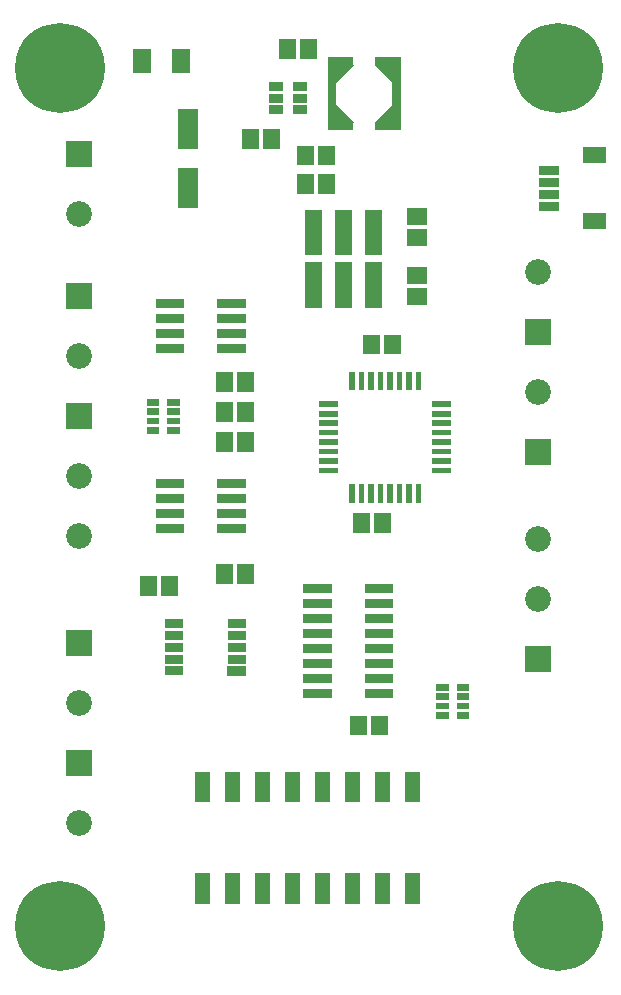
<source format=gbr>
G04 start of page 6 for group -4063 idx -4063 *
G04 Title: (unknown), componentmask *
G04 Creator: pcb 4.0.2 *
G04 CreationDate: Mon Jan 25 18:11:42 2021 UTC *
G04 For: ndholmes *
G04 Format: Gerber/RS-274X *
G04 PCB-Dimensions (mil): 3000.00 3200.00 *
G04 PCB-Coordinate-Origin: lower left *
%MOIN*%
%FSLAX25Y25*%
%LNTOPMASK*%
%ADD36C,0.0860*%
%ADD35C,0.0001*%
%ADD34C,0.2997*%
G54D34*X17000Y17000D03*
G54D35*G36*
X19200Y75800D02*Y67200D01*
X27800D01*
Y75800D01*
X19200D01*
G37*
G54D36*X23500Y51500D03*
G54D35*G36*
X172200Y110300D02*Y101700D01*
X180800D01*
Y110300D01*
X172200D01*
G37*
G54D36*X176500Y126000D03*
G54D34*X183000Y17000D03*
G54D35*G36*
X19200Y115800D02*Y107200D01*
X27800D01*
Y115800D01*
X19200D01*
G37*
G54D36*X23500Y91500D03*
G54D35*G36*
X19200Y191300D02*Y182700D01*
X27800D01*
Y191300D01*
X19200D01*
G37*
G54D36*X23500Y167000D03*
Y147000D03*
G54D35*G36*
X172200Y179300D02*Y170700D01*
X180800D01*
Y179300D01*
X172200D01*
G37*
G36*
X19200Y231300D02*Y222700D01*
X27800D01*
Y231300D01*
X19200D01*
G37*
G54D36*X23500Y207000D03*
G54D35*G36*
X19200Y278800D02*Y270200D01*
X27800D01*
Y278800D01*
X19200D01*
G37*
G54D36*X23500Y254500D03*
G54D34*X17000Y303000D03*
G54D36*X176500Y146000D03*
G54D34*X183000Y303000D03*
G54D35*G36*
X172200Y219300D02*Y210700D01*
X180800D01*
Y219300D01*
X172200D01*
G37*
G54D36*X176500Y235000D03*
Y195000D03*
G54D35*G36*
X123816Y214252D02*X118098D01*
Y207748D01*
X123816D01*
Y214252D01*
G37*
G36*
X130902D02*X125184D01*
Y207748D01*
X130902D01*
Y214252D01*
G37*
G36*
X104300Y238304D02*X98700D01*
Y223216D01*
X104300D01*
Y238304D01*
G37*
G36*
X114300D02*X108700D01*
Y223216D01*
X114300D01*
Y238304D01*
G37*
G36*
X132748Y249359D02*Y243641D01*
X139252D01*
Y249359D01*
X132748D01*
G37*
G36*
Y256445D02*Y250727D01*
X139252D01*
Y256445D01*
X132748D01*
G37*
G36*
Y236902D02*Y231184D01*
X139252D01*
Y236902D01*
X132748D01*
G37*
G36*
Y229816D02*Y224098D01*
X139252D01*
Y229816D01*
X132748D01*
G37*
G36*
X124300Y238304D02*X118700D01*
Y223216D01*
X124300D01*
Y238304D01*
G37*
G36*
Y255784D02*X118700D01*
Y240696D01*
X124300D01*
Y255784D01*
G37*
G36*
X114300D02*X108700D01*
Y240696D01*
X114300D01*
Y255784D01*
G37*
G36*
X104300D02*X98700D01*
Y240696D01*
X104300D01*
Y255784D01*
G37*
G36*
X63250Y289442D02*X56350D01*
Y276243D01*
X63250D01*
Y289442D01*
G37*
G36*
Y269757D02*X56350D01*
Y256558D01*
X63250D01*
Y269757D01*
G37*
G36*
X83316Y282752D02*X77598D01*
Y276248D01*
X83316D01*
Y282752D01*
G37*
G36*
X47550Y309550D02*X41450D01*
Y301450D01*
X47550D01*
Y309550D01*
G37*
G36*
X60550D02*X54450D01*
Y301450D01*
X60550D01*
Y309550D01*
G37*
G36*
X95816Y312752D02*X90098D01*
Y306248D01*
X95816D01*
Y312752D01*
G37*
G36*
X102902D02*X97184D01*
Y306248D01*
X102902D01*
Y312752D01*
G37*
G36*
X86700Y298500D02*Y295500D01*
X91300D01*
Y298500D01*
X86700D01*
G37*
G36*
Y294600D02*Y291600D01*
X91300D01*
Y294600D01*
X86700D01*
G37*
G36*
Y290700D02*Y287700D01*
X91300D01*
Y290700D01*
X86700D01*
G37*
G36*
X94900D02*Y287700D01*
X99500D01*
Y290700D01*
X94900D01*
G37*
G36*
Y294600D02*Y291600D01*
X99500D01*
Y294600D01*
X94900D01*
G37*
G36*
Y298500D02*Y295500D01*
X99500D01*
Y298500D01*
X94900D01*
G37*
G36*
X109250Y306650D02*X106350D01*
Y282350D01*
X109250D01*
Y306650D01*
G37*
G36*
X106350D02*Y303750D01*
X114850D01*
Y306650D01*
X106350D01*
G37*
G36*
X107150Y286750D02*Y283150D01*
X110750D01*
Y286750D01*
X107150D01*
G37*
G36*
Y305850D02*Y302250D01*
X110750D01*
Y305850D01*
X107150D01*
G37*
G36*
X108902Y277252D02*X103184D01*
Y270748D01*
X108902D01*
Y277252D01*
G37*
G36*
X101816D02*X96098D01*
Y270748D01*
X101816D01*
Y277252D01*
G37*
G36*
X90402Y282752D02*X84684D01*
Y276248D01*
X90402D01*
Y282752D01*
G37*
G36*
X108902Y267752D02*X103184D01*
Y261248D01*
X108902D01*
Y267752D01*
G37*
G36*
X101816D02*X96098D01*
Y261248D01*
X101816D01*
Y267752D01*
G37*
G36*
X106350Y285250D02*Y282350D01*
X114850D01*
Y285250D01*
X106350D01*
G37*
G36*
X130650Y306650D02*X127750D01*
Y282350D01*
X130650D01*
Y306650D01*
G37*
G36*
X122150Y285250D02*Y282350D01*
X130650D01*
Y285250D01*
X122150D01*
G37*
G36*
Y306650D02*Y303750D01*
X130650D01*
Y306650D01*
X122150D01*
G37*
G36*
X124577Y306596D02*X122031Y304050D01*
X128050Y298031D01*
X130596Y300577D01*
X124577Y306596D01*
G37*
G36*
X126250Y286750D02*Y283150D01*
X129850D01*
Y286750D01*
X126250D01*
G37*
G36*
Y305850D02*Y302250D01*
X129850D01*
Y305850D01*
X126250D01*
G37*
G36*
X108950Y290969D02*X106404Y288423D01*
X112423Y282404D01*
X114969Y284950D01*
X108950Y290969D01*
G37*
G36*
X114969Y304050D02*X112423Y306596D01*
X106404Y300577D01*
X108950Y298031D01*
X114969Y304050D01*
G37*
G36*
X130596Y288423D02*X128050Y290969D01*
X122031Y284950D01*
X124577Y282404D01*
X130596Y288423D01*
G37*
G36*
X176649Y258575D02*Y255613D01*
X183351D01*
Y258575D01*
X176649D01*
G37*
G36*
Y262512D02*Y259550D01*
X183351D01*
Y262512D01*
X176649D01*
G37*
G36*
Y266450D02*Y263488D01*
X183351D01*
Y266450D01*
X176649D01*
G37*
G36*
Y270387D02*Y267425D01*
X183351D01*
Y270387D01*
X176649D01*
G37*
G36*
X191413Y254638D02*Y249314D01*
X199099D01*
Y254638D01*
X191413D01*
G37*
G36*
Y276686D02*Y271362D01*
X199099D01*
Y276686D01*
X191413D01*
G37*
G36*
X118700Y96200D02*Y93200D01*
X128200D01*
Y96200D01*
X118700D01*
G37*
G36*
X126402Y87252D02*X120684D01*
Y80748D01*
X126402D01*
Y87252D01*
G37*
G36*
X119316D02*X113598D01*
Y80748D01*
X119316D01*
Y87252D01*
G37*
G36*
X118700Y101200D02*Y98200D01*
X128200D01*
Y101200D01*
X118700D01*
G37*
G36*
X98200Y121200D02*Y118200D01*
X107700D01*
Y121200D01*
X98200D01*
G37*
G36*
Y116200D02*Y113200D01*
X107700D01*
Y116200D01*
X98200D01*
G37*
G36*
Y111200D02*Y108200D01*
X107700D01*
Y111200D01*
X98200D01*
G37*
G36*
Y106200D02*Y103200D01*
X107700D01*
Y106200D01*
X98200D01*
G37*
G36*
Y101200D02*Y98200D01*
X107700D01*
Y101200D01*
X98200D01*
G37*
G36*
Y96200D02*Y93200D01*
X107700D01*
Y96200D01*
X98200D01*
G37*
G36*
X142580Y97860D02*Y95588D01*
X146724D01*
Y97860D01*
X142580D01*
G37*
G36*
Y94712D02*Y92438D01*
X146724D01*
Y94712D01*
X142580D01*
G37*
G36*
Y91562D02*Y89288D01*
X146724D01*
Y91562D01*
X142580D01*
G37*
G36*
Y88412D02*Y86140D01*
X146724D01*
Y88412D01*
X142580D01*
G37*
G36*
X149276D02*Y86140D01*
X153420D01*
Y88412D01*
X149276D01*
G37*
G36*
Y91562D02*Y89288D01*
X153420D01*
Y91562D01*
X149276D01*
G37*
G36*
Y94712D02*Y92438D01*
X153420D01*
Y94712D01*
X149276D01*
G37*
G36*
Y97860D02*Y95588D01*
X153420D01*
Y97860D01*
X149276D01*
G37*
G36*
X118700Y106200D02*Y103200D01*
X128200D01*
Y106200D01*
X118700D01*
G37*
G36*
Y111200D02*Y108200D01*
X128200D01*
Y111200D01*
X118700D01*
G37*
G36*
Y116200D02*Y113200D01*
X128200D01*
Y116200D01*
X118700D01*
G37*
G36*
Y121200D02*Y118200D01*
X128200D01*
Y121200D01*
X118700D01*
G37*
G36*
X120316Y154752D02*X114598D01*
Y148248D01*
X120316D01*
Y154752D01*
G37*
G36*
X127402D02*X121684D01*
Y148248D01*
X127402D01*
Y154752D01*
G37*
G36*
X118700Y126200D02*Y123200D01*
X128200D01*
Y126200D01*
X118700D01*
G37*
G36*
Y131200D02*Y128200D01*
X128200D01*
Y131200D01*
X118700D01*
G37*
G36*
X98200D02*Y128200D01*
X107700D01*
Y131200D01*
X98200D01*
G37*
G36*
Y126200D02*Y123200D01*
X107700D01*
Y126200D01*
X98200D01*
G37*
G36*
X115414Y164371D02*X113540D01*
Y158071D01*
X115414D01*
Y164371D01*
G37*
G36*
X118563D02*X116689D01*
Y158071D01*
X118563D01*
Y164371D01*
G37*
G36*
X121713D02*X119839D01*
Y158071D01*
X121713D01*
Y164371D01*
G37*
G36*
X124862D02*X122988D01*
Y158071D01*
X124862D01*
Y164371D01*
G37*
G36*
X128012D02*X126138D01*
Y158071D01*
X128012D01*
Y164371D01*
G37*
G36*
X131162D02*X129288D01*
Y158071D01*
X131162D01*
Y164371D01*
G37*
G36*
X134311D02*X132437D01*
Y158071D01*
X134311D01*
Y164371D01*
G37*
G36*
X137461D02*X135587D01*
Y158071D01*
X137461D01*
Y164371D01*
G37*
G36*
X69500Y151000D02*Y148000D01*
X79000D01*
Y151000D01*
X69500D01*
G37*
G36*
X74773Y137752D02*X69055D01*
Y131248D01*
X74773D01*
Y137752D01*
G37*
G36*
X81859D02*X76141D01*
Y131248D01*
X81859D01*
Y137752D01*
G37*
G36*
X49000Y151000D02*Y148000D01*
X58500D01*
Y151000D01*
X49000D01*
G37*
G36*
X56402Y133752D02*X50684D01*
Y127248D01*
X56402D01*
Y133752D01*
G37*
G36*
X49316D02*X43598D01*
Y127248D01*
X49316D01*
Y133752D01*
G37*
G36*
X72850Y103776D02*Y100476D01*
X79150D01*
Y103776D01*
X72850D01*
G37*
G36*
X52000Y103626D02*Y100626D01*
X58000D01*
Y103626D01*
X52000D01*
G37*
G36*
X73000Y107563D02*Y104563D01*
X79000D01*
Y107563D01*
X73000D01*
G37*
G36*
X52000D02*Y104563D01*
X58000D01*
Y107563D01*
X52000D01*
G37*
G36*
X73000Y111500D02*Y108500D01*
X79000D01*
Y111500D01*
X73000D01*
G37*
G36*
Y115437D02*Y112437D01*
X79000D01*
Y115437D01*
X73000D01*
G37*
G36*
Y119374D02*Y116374D01*
X79000D01*
Y119374D01*
X73000D01*
G37*
G36*
X52000D02*Y116374D01*
X58000D01*
Y119374D01*
X52000D01*
G37*
G36*
Y115437D02*Y112437D01*
X58000D01*
Y115437D01*
X52000D01*
G37*
G36*
Y111500D02*Y108500D01*
X58000D01*
Y111500D01*
X52000D01*
G37*
G36*
X69500Y211000D02*Y208000D01*
X79000D01*
Y211000D01*
X69500D01*
G37*
G36*
X74816Y201752D02*X69098D01*
Y195248D01*
X74816D01*
Y201752D01*
G37*
G36*
X81902D02*X76184D01*
Y195248D01*
X81902D01*
Y201752D01*
G37*
G36*
X69500Y216000D02*Y213000D01*
X79000D01*
Y216000D01*
X69500D01*
G37*
G36*
X49000D02*Y213000D01*
X58500D01*
Y216000D01*
X49000D01*
G37*
G36*
X69500Y221000D02*Y218000D01*
X79000D01*
Y221000D01*
X69500D01*
G37*
G36*
Y226000D02*Y223000D01*
X79000D01*
Y226000D01*
X69500D01*
G37*
G36*
X49000D02*Y223000D01*
X58500D01*
Y226000D01*
X49000D01*
G37*
G36*
Y221000D02*Y218000D01*
X58500D01*
Y221000D01*
X49000D01*
G37*
G36*
X74816Y191752D02*X69098D01*
Y185248D01*
X74816D01*
Y191752D01*
G37*
G36*
X81902D02*X76184D01*
Y185248D01*
X81902D01*
Y191752D01*
G37*
G36*
X49000Y211000D02*Y208000D01*
X58500D01*
Y211000D01*
X49000D01*
G37*
G36*
X46080Y183412D02*Y181140D01*
X50224D01*
Y183412D01*
X46080D01*
G37*
G36*
X52776D02*Y181140D01*
X56920D01*
Y183412D01*
X52776D01*
G37*
G36*
X46080Y192860D02*Y190588D01*
X50224D01*
Y192860D01*
X46080D01*
G37*
G36*
Y189712D02*Y187438D01*
X50224D01*
Y189712D01*
X46080D01*
G37*
G36*
Y186562D02*Y184288D01*
X50224D01*
Y186562D01*
X46080D01*
G37*
G36*
X52776D02*Y184288D01*
X56920D01*
Y186562D01*
X52776D01*
G37*
G36*
Y189712D02*Y187438D01*
X56920D01*
Y189712D01*
X52776D01*
G37*
G36*
Y192860D02*Y190588D01*
X56920D01*
Y192860D01*
X52776D01*
G37*
G36*
X137460Y201929D02*X135586D01*
Y195629D01*
X137460D01*
Y201929D01*
G37*
G36*
X134311D02*X132437D01*
Y195629D01*
X134311D01*
Y201929D01*
G37*
G36*
X131161D02*X129287D01*
Y195629D01*
X131161D01*
Y201929D01*
G37*
G36*
X128012D02*X126138D01*
Y195629D01*
X128012D01*
Y201929D01*
G37*
G36*
X124862D02*X122988D01*
Y195629D01*
X124862D01*
Y201929D01*
G37*
G36*
X121712D02*X119838D01*
Y195629D01*
X121712D01*
Y201929D01*
G37*
G36*
X118563D02*X116689D01*
Y195629D01*
X118563D01*
Y201929D01*
G37*
G36*
X115413D02*X113539D01*
Y195629D01*
X115413D01*
Y201929D01*
G37*
G36*
X103571Y191960D02*Y190086D01*
X109871D01*
Y191960D01*
X103571D01*
G37*
G36*
X141129Y191961D02*Y190087D01*
X147429D01*
Y191961D01*
X141129D01*
G37*
G36*
X103571Y188811D02*Y186937D01*
X109871D01*
Y188811D01*
X103571D01*
G37*
G36*
Y185661D02*Y183787D01*
X109871D01*
Y185661D01*
X103571D01*
G37*
G36*
Y182512D02*Y180638D01*
X109871D01*
Y182512D01*
X103571D01*
G37*
G36*
Y179362D02*Y177488D01*
X109871D01*
Y179362D01*
X103571D01*
G37*
G36*
Y176212D02*Y174338D01*
X109871D01*
Y176212D01*
X103571D01*
G37*
G36*
Y173063D02*Y171189D01*
X109871D01*
Y173063D01*
X103571D01*
G37*
G36*
Y169913D02*Y168039D01*
X109871D01*
Y169913D01*
X103571D01*
G37*
G36*
X141129Y169914D02*Y168040D01*
X147429D01*
Y169914D01*
X141129D01*
G37*
G36*
Y173063D02*Y171189D01*
X147429D01*
Y173063D01*
X141129D01*
G37*
G36*
Y176213D02*Y174339D01*
X147429D01*
Y176213D01*
X141129D01*
G37*
G36*
Y179362D02*Y177488D01*
X147429D01*
Y179362D01*
X141129D01*
G37*
G36*
Y182512D02*Y180638D01*
X147429D01*
Y182512D01*
X141129D01*
G37*
G36*
Y185662D02*Y183788D01*
X147429D01*
Y185662D01*
X141129D01*
G37*
G36*
Y188811D02*Y186937D01*
X147429D01*
Y188811D01*
X141129D01*
G37*
G36*
X49000Y166000D02*Y163000D01*
X58500D01*
Y166000D01*
X49000D01*
G37*
G36*
Y161000D02*Y158000D01*
X58500D01*
Y161000D01*
X49000D01*
G37*
G36*
Y156000D02*Y153000D01*
X58500D01*
Y156000D01*
X49000D01*
G37*
G36*
X69500D02*Y153000D01*
X79000D01*
Y156000D01*
X69500D01*
G37*
G36*
Y161000D02*Y158000D01*
X79000D01*
Y161000D01*
X69500D01*
G37*
G36*
Y166000D02*Y163000D01*
X79000D01*
Y166000D01*
X69500D01*
G37*
G36*
X74816Y181752D02*X69098D01*
Y175248D01*
X74816D01*
Y181752D01*
G37*
G36*
X81902D02*X76184D01*
Y175248D01*
X81902D01*
Y181752D01*
G37*
G36*
X67000Y34650D02*X62000D01*
Y24450D01*
X67000D01*
Y34650D01*
G37*
G36*
X77000D02*X72000D01*
Y24450D01*
X77000D01*
Y34650D01*
G37*
G36*
X87000D02*X82000D01*
Y24450D01*
X87000D01*
Y34650D01*
G37*
G36*
X97000D02*X92000D01*
Y24450D01*
X97000D01*
Y34650D01*
G37*
G36*
X107000D02*X102000D01*
Y24450D01*
X107000D01*
Y34650D01*
G37*
G36*
X117000D02*X112000D01*
Y24450D01*
X117000D01*
Y34650D01*
G37*
G36*
X127000D02*X122000D01*
Y24450D01*
X127000D01*
Y34650D01*
G37*
G36*
X137000D02*X132000D01*
Y24450D01*
X137000D01*
Y34650D01*
G37*
G36*
X67000Y68550D02*X62000D01*
Y58350D01*
X67000D01*
Y68550D01*
G37*
G36*
X77000D02*X72000D01*
Y58350D01*
X77000D01*
Y68550D01*
G37*
G36*
X87000D02*X82000D01*
Y58350D01*
X87000D01*
Y68550D01*
G37*
G36*
X97000D02*X92000D01*
Y58350D01*
X97000D01*
Y68550D01*
G37*
G36*
X107000D02*X102000D01*
Y58350D01*
X107000D01*
Y68550D01*
G37*
G36*
X117000D02*X112000D01*
Y58350D01*
X117000D01*
Y68550D01*
G37*
G36*
X127000D02*X122000D01*
Y58350D01*
X127000D01*
Y68550D01*
G37*
G36*
X137000D02*X132000D01*
Y58350D01*
X137000D01*
Y68550D01*
G37*
M02*

</source>
